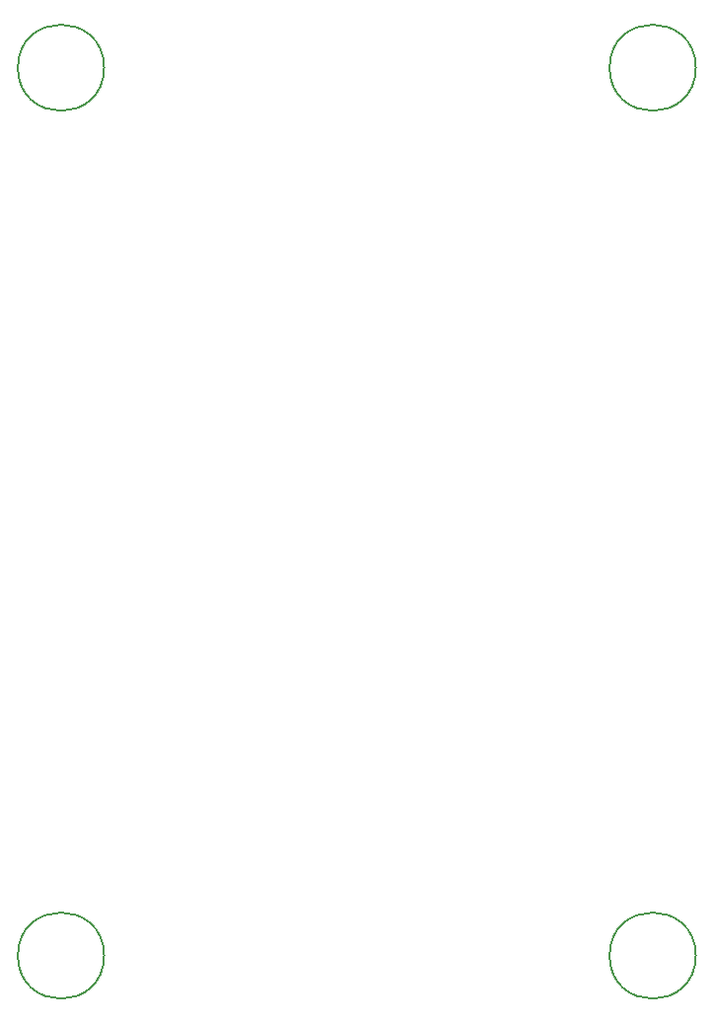
<source format=gbr>
G04 #@! TF.GenerationSoftware,KiCad,Pcbnew,(5.1.5)-3*
G04 #@! TF.CreationDate,2020-05-06T00:03:28-04:00*
G04 #@! TF.ProjectId,Pwr_Diff_Expansion,5077725f-4469-4666-965f-457870616e73,v1*
G04 #@! TF.SameCoordinates,Original*
G04 #@! TF.FileFunction,Other,Comment*
%FSLAX46Y46*%
G04 Gerber Fmt 4.6, Leading zero omitted, Abs format (unit mm)*
G04 Created by KiCad (PCBNEW (5.1.5)-3) date 2020-05-06 00:03:28*
%MOMM*%
%LPD*%
G04 APERTURE LIST*
%ADD10C,0.150000*%
G04 APERTURE END LIST*
D10*
X132461000Y-73219800D02*
G75*
G03X132461000Y-73219800I-3700000J0D01*
G01*
X81661000Y-73219800D02*
G75*
G03X81661000Y-73219800I-3700000J0D01*
G01*
X132461000Y-149419800D02*
G75*
G03X132461000Y-149419800I-3700000J0D01*
G01*
X81661000Y-149419800D02*
G75*
G03X81661000Y-149419800I-3700000J0D01*
G01*
M02*

</source>
